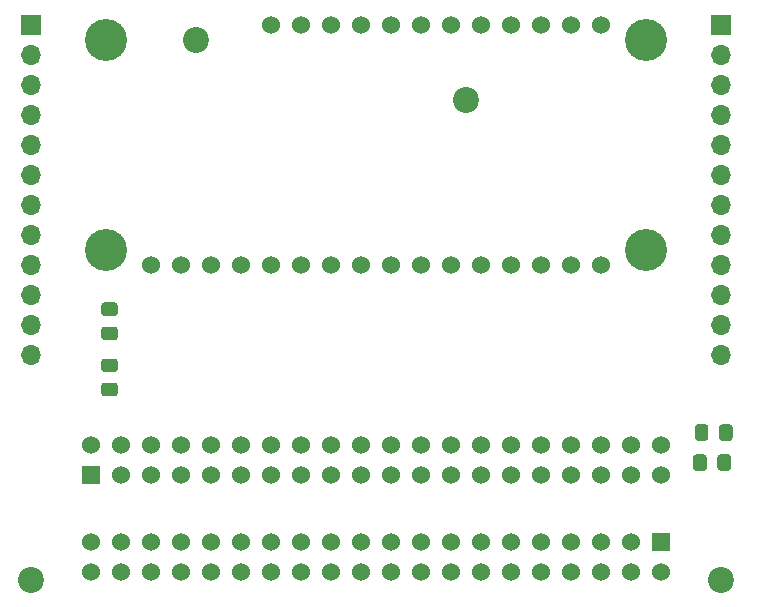
<source format=gts>
%TF.GenerationSoftware,KiCad,Pcbnew,(5.1.6)-1*%
%TF.CreationDate,2020-10-07T00:16:53+02:00*%
%TF.ProjectId,RPI_FEATHER,5250495f-4645-4415-9448-45522e6b6963,rev?*%
%TF.SameCoordinates,Original*%
%TF.FileFunction,Soldermask,Top*%
%TF.FilePolarity,Negative*%
%FSLAX46Y46*%
G04 Gerber Fmt 4.6, Leading zero omitted, Abs format (unit mm)*
G04 Created by KiCad (PCBNEW (5.1.6)-1) date 2020-10-07 00:16:53*
%MOMM*%
%LPD*%
G01*
G04 APERTURE LIST*
%ADD10C,2.200000*%
%ADD11C,1.524000*%
%ADD12R,1.524000X1.524000*%
%ADD13C,3.556000*%
%ADD14O,1.700000X1.700000*%
%ADD15R,1.700000X1.700000*%
G04 APERTURE END LIST*
D10*
%TO.C,REF34*%
X149662000Y-53779400D03*
%TD*%
%TO.C,REF33*%
X126802000Y-48699400D03*
%TD*%
%TO.C,REF11*%
X171252000Y-94419400D03*
%TD*%
%TO.C,REF22*%
X112832000Y-94419400D03*
%TD*%
D11*
%TO.C,PI2*%
X117912000Y-93784400D03*
X117912000Y-91244400D03*
X120452000Y-93784400D03*
X120452000Y-91244400D03*
X122992000Y-93784400D03*
X122992000Y-91244400D03*
X125532000Y-93784400D03*
X125532000Y-91244400D03*
X128072000Y-93784400D03*
X128072000Y-91244400D03*
X130612000Y-93784400D03*
X130612000Y-91244400D03*
X133152000Y-93784400D03*
X133152000Y-91244400D03*
X135692000Y-93784400D03*
X135692000Y-91244400D03*
X138232000Y-93784400D03*
X138232000Y-91244400D03*
X140772000Y-93784400D03*
X140772000Y-91244400D03*
X143312000Y-93784400D03*
X143312000Y-91244400D03*
X145852000Y-93784400D03*
X145852000Y-91244400D03*
X148392000Y-93784400D03*
X148392000Y-91244400D03*
X150932000Y-93784400D03*
X150932000Y-91244400D03*
X153472000Y-93784400D03*
X153472000Y-91244400D03*
X156012000Y-93784400D03*
X156012000Y-91244400D03*
X158552000Y-93784400D03*
X158552000Y-91244400D03*
X161092000Y-93784400D03*
X161092000Y-91244400D03*
X163632000Y-93784400D03*
X163632000Y-91244400D03*
X166172000Y-93784400D03*
D12*
X166172000Y-91244400D03*
%TD*%
D13*
%TO.C,U1*%
X164902000Y-66479400D03*
X119182000Y-66479400D03*
X164902000Y-48699400D03*
X119182000Y-48699400D03*
D11*
X161092000Y-47429400D03*
X158552000Y-47429400D03*
X156012000Y-47429400D03*
X153472000Y-47429400D03*
X150932000Y-47429400D03*
X148392000Y-47429400D03*
X145852000Y-47429400D03*
X143312000Y-47429400D03*
X140772000Y-47429400D03*
X138232000Y-47429400D03*
X135692000Y-47429400D03*
X133152000Y-47429400D03*
X161092000Y-67749400D03*
X158552000Y-67749400D03*
X156012000Y-67749400D03*
X153472000Y-67749400D03*
X150932000Y-67749400D03*
X148392000Y-67749400D03*
X145852000Y-67749400D03*
X143312000Y-67749400D03*
X140772000Y-67749400D03*
X138232000Y-67749400D03*
X135692000Y-67749400D03*
X133152000Y-67749400D03*
X130612000Y-67749400D03*
X128072000Y-67749400D03*
X125532000Y-67749400D03*
X122992000Y-67749400D03*
%TD*%
D12*
%TO.C,PI1*%
X117912000Y-85529400D03*
D11*
X117912000Y-82989400D03*
X120452000Y-85529400D03*
X120452000Y-82989400D03*
X122992000Y-85529400D03*
X122992000Y-82989400D03*
X125532000Y-85529400D03*
X125532000Y-82989400D03*
X128072000Y-85529400D03*
X128072000Y-82989400D03*
X130612000Y-85529400D03*
X130612000Y-82989400D03*
X133152000Y-85529400D03*
X133152000Y-82989400D03*
X135692000Y-85529400D03*
X135692000Y-82989400D03*
X138232000Y-85529400D03*
X138232000Y-82989400D03*
X140772000Y-85529400D03*
X140772000Y-82989400D03*
X143312000Y-85529400D03*
X143312000Y-82989400D03*
X145852000Y-85529400D03*
X145852000Y-82989400D03*
X148392000Y-85529400D03*
X148392000Y-82989400D03*
X150932000Y-85529400D03*
X150932000Y-82989400D03*
X153472000Y-85529400D03*
X153472000Y-82989400D03*
X156012000Y-85529400D03*
X156012000Y-82989400D03*
X158552000Y-85529400D03*
X158552000Y-82989400D03*
X161092000Y-85529400D03*
X161092000Y-82989400D03*
X163632000Y-85529400D03*
X163632000Y-82989400D03*
X166172000Y-85529400D03*
X166172000Y-82989400D03*
%TD*%
%TO.C,R1*%
G36*
G01*
X119026999Y-75704400D02*
X119927001Y-75704400D01*
G75*
G02*
X120177000Y-75954399I0J-249999D01*
G01*
X120177000Y-76604401D01*
G75*
G02*
X119927001Y-76854400I-249999J0D01*
G01*
X119026999Y-76854400D01*
G75*
G02*
X118777000Y-76604401I0J249999D01*
G01*
X118777000Y-75954399D01*
G75*
G02*
X119026999Y-75704400I249999J0D01*
G01*
G37*
G36*
G01*
X119026999Y-77754400D02*
X119927001Y-77754400D01*
G75*
G02*
X120177000Y-78004399I0J-249999D01*
G01*
X120177000Y-78654401D01*
G75*
G02*
X119927001Y-78904400I-249999J0D01*
G01*
X119026999Y-78904400D01*
G75*
G02*
X118777000Y-78654401I0J249999D01*
G01*
X118777000Y-78004399D01*
G75*
G02*
X119026999Y-77754400I249999J0D01*
G01*
G37*
%TD*%
%TO.C,R2*%
G36*
G01*
X119026999Y-73004400D02*
X119927001Y-73004400D01*
G75*
G02*
X120177000Y-73254399I0J-249999D01*
G01*
X120177000Y-73904401D01*
G75*
G02*
X119927001Y-74154400I-249999J0D01*
G01*
X119026999Y-74154400D01*
G75*
G02*
X118777000Y-73904401I0J249999D01*
G01*
X118777000Y-73254399D01*
G75*
G02*
X119026999Y-73004400I249999J0D01*
G01*
G37*
G36*
G01*
X119026999Y-70954400D02*
X119927001Y-70954400D01*
G75*
G02*
X120177000Y-71204399I0J-249999D01*
G01*
X120177000Y-71854401D01*
G75*
G02*
X119927001Y-72104400I-249999J0D01*
G01*
X119026999Y-72104400D01*
G75*
G02*
X118777000Y-71854401I0J249999D01*
G01*
X118777000Y-71204399D01*
G75*
G02*
X119026999Y-70954400I249999J0D01*
G01*
G37*
%TD*%
%TO.C,D1*%
G36*
G01*
X169032000Y-82427401D02*
X169032000Y-81527399D01*
G75*
G02*
X169281999Y-81277400I249999J0D01*
G01*
X169932001Y-81277400D01*
G75*
G02*
X170182000Y-81527399I0J-249999D01*
G01*
X170182000Y-82427401D01*
G75*
G02*
X169932001Y-82677400I-249999J0D01*
G01*
X169281999Y-82677400D01*
G75*
G02*
X169032000Y-82427401I0J249999D01*
G01*
G37*
G36*
G01*
X171082000Y-82427401D02*
X171082000Y-81527399D01*
G75*
G02*
X171331999Y-81277400I249999J0D01*
G01*
X171982001Y-81277400D01*
G75*
G02*
X172232000Y-81527399I0J-249999D01*
G01*
X172232000Y-82427401D01*
G75*
G02*
X171982001Y-82677400I-249999J0D01*
G01*
X171331999Y-82677400D01*
G75*
G02*
X171082000Y-82427401I0J249999D01*
G01*
G37*
%TD*%
%TO.C,R3*%
G36*
G01*
X168890000Y-84963401D02*
X168890000Y-84063399D01*
G75*
G02*
X169139999Y-83813400I249999J0D01*
G01*
X169790001Y-83813400D01*
G75*
G02*
X170040000Y-84063399I0J-249999D01*
G01*
X170040000Y-84963401D01*
G75*
G02*
X169790001Y-85213400I-249999J0D01*
G01*
X169139999Y-85213400D01*
G75*
G02*
X168890000Y-84963401I0J249999D01*
G01*
G37*
G36*
G01*
X170940000Y-84963401D02*
X170940000Y-84063399D01*
G75*
G02*
X171189999Y-83813400I249999J0D01*
G01*
X171840001Y-83813400D01*
G75*
G02*
X172090000Y-84063399I0J-249999D01*
G01*
X172090000Y-84963401D01*
G75*
G02*
X171840001Y-85213400I-249999J0D01*
G01*
X171189999Y-85213400D01*
G75*
G02*
X170940000Y-84963401I0J249999D01*
G01*
G37*
%TD*%
D14*
%TO.C,J1*%
X171252000Y-75369400D03*
X171252000Y-72829400D03*
X171252000Y-70289400D03*
X171252000Y-67749400D03*
X171252000Y-65209400D03*
X171252000Y-62669400D03*
X171252000Y-60129400D03*
X171252000Y-57589400D03*
X171252000Y-55049400D03*
X171252000Y-52509400D03*
X171252000Y-49969400D03*
D15*
X171252000Y-47429400D03*
%TD*%
%TO.C,J2*%
X112832000Y-47429400D03*
D14*
X112832000Y-49969400D03*
X112832000Y-52509400D03*
X112832000Y-55049400D03*
X112832000Y-57589400D03*
X112832000Y-60129400D03*
X112832000Y-62669400D03*
X112832000Y-65209400D03*
X112832000Y-67749400D03*
X112832000Y-70289400D03*
X112832000Y-72829400D03*
X112832000Y-75369400D03*
%TD*%
M02*

</source>
